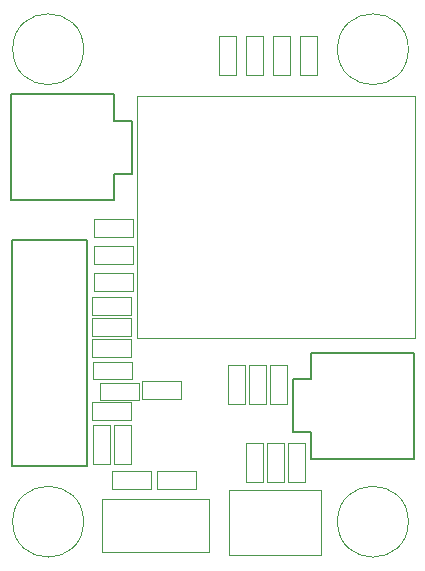
<source format=gbr>
%TF.GenerationSoftware,KiCad,Pcbnew,8.0.8*%
%TF.CreationDate,2025-04-02T15:42:23+05:30*%
%TF.ProjectId,STHDAQ_B1,53544844-4151-45f4-9231-2e6b69636164,rev?*%
%TF.SameCoordinates,Original*%
%TF.FileFunction,Other,User*%
%FSLAX46Y46*%
G04 Gerber Fmt 4.6, Leading zero omitted, Abs format (unit mm)*
G04 Created by KiCad (PCBNEW 8.0.8) date 2025-04-02 15:42:23*
%MOMM*%
%LPD*%
G01*
G04 APERTURE LIST*
%ADD10C,0.050000*%
%ADD11C,0.152400*%
%ADD12C,0.127000*%
G04 APERTURE END LIST*
D10*
%TO.C,R11*%
X148203834Y-72866000D02*
X144903834Y-72866000D01*
X148203834Y-71406000D02*
X148203834Y-72866000D01*
X144903834Y-72866000D02*
X144903834Y-71406000D01*
X144903834Y-71406000D02*
X148203834Y-71406000D01*
%TO.C,R10*%
X148208000Y-75152000D02*
X144908000Y-75152000D01*
X148208000Y-73692000D02*
X148208000Y-75152000D01*
X144908000Y-75152000D02*
X144908000Y-73692000D01*
X144908000Y-73692000D02*
X148208000Y-73692000D01*
%TO.C,R9*%
X148216332Y-70580000D02*
X144916332Y-70580000D01*
X148216332Y-69120000D02*
X148216332Y-70580000D01*
X144916332Y-70580000D02*
X144916332Y-69120000D01*
X144916332Y-69120000D02*
X148216332Y-69120000D01*
%TO.C,R8*%
X161258000Y-81408000D02*
X161258000Y-84708000D01*
X159798000Y-81408000D02*
X161258000Y-81408000D01*
X161258000Y-84708000D02*
X159798000Y-84708000D01*
X159798000Y-84708000D02*
X159798000Y-81408000D01*
%TO.C,R7*%
X157792000Y-91327000D02*
X157792000Y-88027000D01*
X159252000Y-91327000D02*
X157792000Y-91327000D01*
X157792000Y-88027000D02*
X159252000Y-88027000D01*
X159252000Y-88027000D02*
X159252000Y-91327000D01*
%TO.C,R6*%
X159544000Y-91312000D02*
X159544000Y-88012000D01*
X161004000Y-91312000D02*
X159544000Y-91312000D01*
X159544000Y-88012000D02*
X161004000Y-88012000D01*
X161004000Y-88012000D02*
X161004000Y-91312000D01*
%TO.C,R5*%
X156940000Y-53575666D02*
X156940000Y-56875666D01*
X155480000Y-53575666D02*
X156940000Y-53575666D01*
X156940000Y-56875666D02*
X155480000Y-56875666D01*
X155480000Y-56875666D02*
X155480000Y-53575666D01*
%TO.C,R4*%
X159226000Y-53567334D02*
X159226000Y-56867334D01*
X157766000Y-53567334D02*
X159226000Y-53567334D01*
X159226000Y-56867334D02*
X157766000Y-56867334D01*
X157766000Y-56867334D02*
X157766000Y-53567334D01*
%TO.C,R3*%
X161512000Y-53554836D02*
X161512000Y-56854836D01*
X160052000Y-53554836D02*
X161512000Y-53554836D01*
X161512000Y-56854836D02*
X160052000Y-56854836D01*
X160052000Y-56854836D02*
X160052000Y-53554836D01*
%TO.C,R2*%
X163798000Y-53571500D02*
X163798000Y-56871500D01*
X162338000Y-53571500D02*
X163798000Y-53571500D01*
X163798000Y-56871500D02*
X162338000Y-56871500D01*
X162338000Y-56871500D02*
X162338000Y-53571500D01*
%TO.C,R1*%
X144757500Y-84614000D02*
X148057500Y-84614000D01*
X144757500Y-86074000D02*
X144757500Y-84614000D01*
X148057500Y-84614000D02*
X148057500Y-86074000D01*
X148057500Y-86074000D02*
X144757500Y-86074000D01*
%TO.C,L1*%
X148972000Y-82836000D02*
X152272000Y-82836000D01*
X148972000Y-84296000D02*
X148972000Y-82836000D01*
X152272000Y-82836000D02*
X152272000Y-84296000D01*
X152272000Y-84296000D02*
X148972000Y-84296000D01*
%TO.C,D5*%
X161322000Y-91312000D02*
X161322000Y-88012000D01*
X162782000Y-91312000D02*
X161322000Y-91312000D01*
X161322000Y-88012000D02*
X162782000Y-88012000D01*
X162782000Y-88012000D02*
X162782000Y-91312000D01*
%TO.C,D4*%
X150242000Y-90456000D02*
X153542000Y-90456000D01*
X150242000Y-91916000D02*
X150242000Y-90456000D01*
X153542000Y-90456000D02*
X153542000Y-91916000D01*
X153542000Y-91916000D02*
X150242000Y-91916000D01*
%TO.C,D3*%
X146432000Y-90456000D02*
X149732000Y-90456000D01*
X146432000Y-91916000D02*
X146432000Y-90456000D01*
X149732000Y-90456000D02*
X149732000Y-91916000D01*
X149732000Y-91916000D02*
X146432000Y-91916000D01*
%TO.C,D2*%
X146272000Y-86488000D02*
X146272000Y-89788000D01*
X144812000Y-86488000D02*
X146272000Y-86488000D01*
X146272000Y-89788000D02*
X144812000Y-89788000D01*
X144812000Y-89788000D02*
X144812000Y-86488000D01*
%TO.C,D1*%
X146590000Y-89788000D02*
X146590000Y-86488000D01*
X148050000Y-89788000D02*
X146590000Y-89788000D01*
X146590000Y-86488000D02*
X148050000Y-86488000D01*
X148050000Y-86488000D02*
X148050000Y-89788000D01*
%TO.C,C7*%
X158020000Y-84713000D02*
X158020000Y-81413000D01*
X159480000Y-84713000D02*
X158020000Y-84713000D01*
X158020000Y-81413000D02*
X159480000Y-81413000D01*
X159480000Y-81413000D02*
X159480000Y-84713000D01*
%TO.C,C6*%
X144757500Y-77502000D02*
X148057500Y-77502000D01*
X144757500Y-78962000D02*
X144757500Y-77502000D01*
X148057500Y-77502000D02*
X148057500Y-78962000D01*
X148057500Y-78962000D02*
X144757500Y-78962000D01*
%TO.C,C5*%
X156242000Y-84713000D02*
X156242000Y-81413000D01*
X157702000Y-84713000D02*
X156242000Y-84713000D01*
X156242000Y-81413000D02*
X157702000Y-81413000D01*
X157702000Y-81413000D02*
X157702000Y-84713000D01*
%TO.C,C4*%
X144742500Y-75724000D02*
X148042500Y-75724000D01*
X144742500Y-77184000D02*
X144742500Y-75724000D01*
X148042500Y-75724000D02*
X148042500Y-77184000D01*
X148042500Y-77184000D02*
X144742500Y-77184000D01*
%TO.C,C3*%
X144757500Y-79280000D02*
X148057500Y-79280000D01*
X144757500Y-80740000D02*
X144757500Y-79280000D01*
X148057500Y-79280000D02*
X148057500Y-80740000D01*
X148057500Y-80740000D02*
X144757500Y-80740000D01*
%TO.C,C2*%
X145416000Y-82932000D02*
X148716000Y-82932000D01*
X145416000Y-84392000D02*
X145416000Y-82932000D01*
X148716000Y-82932000D02*
X148716000Y-84392000D01*
X148716000Y-84392000D02*
X145416000Y-84392000D01*
%TO.C,C1*%
X148146000Y-82665000D02*
X144846000Y-82665000D01*
X148146000Y-81205000D02*
X148146000Y-82665000D01*
X144846000Y-82665000D02*
X144846000Y-81205000D01*
X144846000Y-81205000D02*
X148146000Y-81205000D01*
%TO.C,U2*%
X148593000Y-58662500D02*
X172093000Y-58662500D01*
X148593000Y-79162500D02*
X148593000Y-58662500D01*
X172093000Y-58662500D02*
X172093000Y-79162500D01*
X172093000Y-79162500D02*
X148593000Y-79162500D01*
%TO.C,H1*%
X171530000Y-54705000D02*
G75*
G02*
X165530000Y-54705000I-3000000J0D01*
G01*
X165530000Y-54705000D02*
G75*
G02*
X171530000Y-54705000I3000000J0D01*
G01*
%TO.C,H2*%
X144030000Y-54705000D02*
G75*
G02*
X138030000Y-54705000I-3000000J0D01*
G01*
X138030000Y-54705000D02*
G75*
G02*
X144030000Y-54705000I3000000J0D01*
G01*
D11*
%TO.C,J1*%
X138002000Y-70887100D02*
X138002000Y-89954900D01*
X138002000Y-89954900D02*
X144360900Y-89954900D01*
X144360900Y-70887100D02*
X138002000Y-70887100D01*
X144360900Y-89954900D02*
X144360900Y-70887100D01*
D10*
%TO.C,SW1*%
X164174000Y-91992000D02*
X156374000Y-91992000D01*
X164174000Y-97492000D02*
X164174000Y-91992000D01*
X164174000Y-97492000D02*
X156374000Y-97492000D01*
X156374000Y-97492000D02*
X156374000Y-91992000D01*
D12*
%TO.C,P2*%
X137877000Y-58492000D02*
X146627000Y-58492000D01*
X137877000Y-67492000D02*
X137877000Y-58492000D01*
X146627000Y-58492000D02*
X146627000Y-60742000D01*
X146627000Y-60742000D02*
X148127000Y-60742000D01*
X146627000Y-65242000D02*
X146627000Y-67492000D01*
X146627000Y-67492000D02*
X137877000Y-67492000D01*
X148127000Y-60742000D02*
X148127000Y-65242000D01*
X148127000Y-65242000D02*
X146627000Y-65242000D01*
D10*
%TO.C,S1*%
X145614000Y-92746000D02*
X154614000Y-92746000D01*
X145614000Y-97246000D02*
X145614000Y-92746000D01*
X154614000Y-92746000D02*
X154614000Y-97246000D01*
X154614000Y-97246000D02*
X145614000Y-97246000D01*
%TO.C,H4*%
X171530000Y-94705000D02*
G75*
G02*
X165530000Y-94705000I-3000000J0D01*
G01*
X165530000Y-94705000D02*
G75*
G02*
X171530000Y-94705000I3000000J0D01*
G01*
D12*
%TO.C,P1*%
X161753000Y-82640000D02*
X163253000Y-82640000D01*
X161753000Y-87140000D02*
X161753000Y-82640000D01*
X163253000Y-80390000D02*
X172003000Y-80390000D01*
X163253000Y-82640000D02*
X163253000Y-80390000D01*
X163253000Y-87140000D02*
X161753000Y-87140000D01*
X163253000Y-89390000D02*
X163253000Y-87140000D01*
X172003000Y-80390000D02*
X172003000Y-89390000D01*
X172003000Y-89390000D02*
X163253000Y-89390000D01*
D10*
%TO.C,H3*%
X144030000Y-94705000D02*
G75*
G02*
X138030000Y-94705000I-3000000J0D01*
G01*
X138030000Y-94705000D02*
G75*
G02*
X144030000Y-94705000I3000000J0D01*
G01*
%TD*%
M02*

</source>
